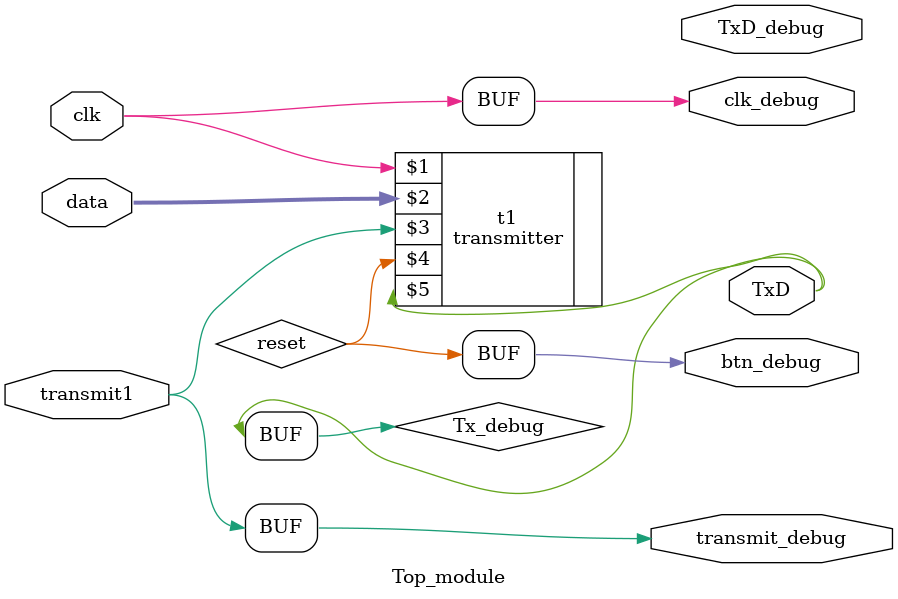
<source format=v>
`timescale 1ns / 1ps
module Top_module(
    input [7:0] data,
    input clk,
    input transmit1,
    output TxD,
    output TxD_debug,
    output transmit_debug,
    output btn_debug,
    output clk_debug
);
    wire transmit_out;

    assign Tx_debug = TxD;
    assign transmit_debug = transmit1;
    assign btn_debug = reset;
    assign clk_debug = clk;
       
     transmitter t1(clk,data,transmit1,reset,TxD);
     //Debounce_Signals(clk,transmit1,transmit_out);

endmodule

</source>
